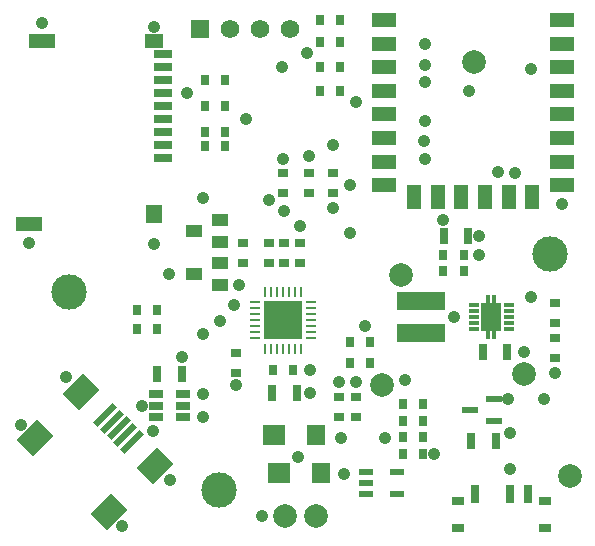
<source format=gts>
%FSLAX33Y33*%
%MOMM*%
%AMRect-W670710-H870710-RO0.500*
21,1,0.67071,0.87071,0.,0.,270*%
%AMRect-W1500000-H4000000-RO1.500*
21,1,1.5,4.,0.,0.,90*%
%AMRect-W670710-H870710-RO1.000*
21,1,0.67071,0.87071,0.,0.,180*%
%AMRect-W1400000-H1000000-RO1.000*
21,1,1.4,1.,0.,0.,180*%
%AMRect-W670710-H870710-RO1.500*
21,1,0.67071,0.87071,0.,0.,90*%
%AMRect-W700000-H1600000-RO1.500*
21,1,0.7,1.6,0.,0.,90*%
%AMRect-W1200000-H1600000-RO0.500*
21,1,1.2,1.6,0.,0.,270*%
%AMRect-W1600000-H1400000-RO0.500*
21,1,1.6,1.4,0.,0.,270*%
%AMRect-W1200000-H2200000-RO0.500*
21,1,1.2,2.2,0.,0.,270*%
%AMRect-W280000-H850000-RO0.500*
21,1,0.28,0.85,0.,0.,270*%
%AMRect-W2400000-H1650000-RO0.500*
21,1,2.4,1.65,0.,0.,270*%
%AMRect-W700000-H280000-RO0.500*
21,1,0.7,0.28,0.,0.,270*%
%AMRect-W1280000-H550000-RO1.000*
21,1,1.28,0.55,0.,0.,180*%
%AMRect-W1520000-H1680000-RO1.000*
21,1,1.52,1.68,0.,0.,180*%
%AMRect-W1880000-H1680000-RO1.000*
21,1,1.88,1.68,0.,0.,180*%
%AMRect-W2300000-H500000-RO1.750*
21,1,2.3,0.5,0.,0.,45*%
%AMRect-W2500000-H2000000-RO1.750*
21,1,2.5,2.,0.,0.,45*%
%AMRect-W600000-H1200000-RO0.500*
21,1,0.6,1.2,0.,0.,270*%
%ADD10C,1.0668*%
%ADD11Rect-W670710-H870710-RO0.500*%
%ADD12Rect-W1500000-H4000000-RO1.500*%
%ADD13R,0.67071X0.87071*%
%ADD14Rect-W670710-H870710-RO1.000*%
%ADD15R,0.67071X1.32071*%
%ADD16Rect-W1400000-H1000000-RO1.000*%
%ADD17R,1.57X1.57*%
%ADD18C,1.57*%
%ADD19Rect-W670710-H870710-RO1.500*%
%ADD20C,2.*%
%ADD21Rect-W700000-H1600000-RO1.500*%
%ADD22Rect-W1200000-H1600000-RO0.500*%
%ADD23Rect-W1600000-H1400000-RO0.500*%
%ADD24Rect-W1200000-H2200000-RO0.500*%
%ADD25C,3.*%
%ADD26R,0.7X1.5*%
%ADD27R,1.X0.8*%
%ADD28R,1.22X0.62*%
%ADD29C,0.6*%
%ADD30Rect-W280000-H850000-RO0.500*%
%ADD31Rect-W2400000-H1650000-RO0.500*%
%ADD32Rect-W700000-H280000-RO0.500*%
%ADD33Rect-W1280000-H550000-RO1.000*%
%ADD34Rect-W1520000-H1680000-RO1.000*%
%ADD35Rect-W1880000-H1680000-RO1.000*%
%ADD36Rect-W2300000-H500000-RO1.750*%
%ADD37Rect-W2500000-H2000000-RO1.750*%
%ADD38Rect-W600000-H1200000-RO0.500*%
%ADD39R,2.X1.2*%
%ADD40R,1.2X2.*%
%ADD41R,0.9X0.25*%
%ADD42R,0.25X0.9*%
%ADD43R,3.25X3.25*%
D10*
%LNtop solder mask_traces*%
G01*
X35350Y32275D03*
X33715Y13550D03*
X43725Y15925D03*
X19175Y19850D03*
X22850Y17850D03*
X35350Y38775D03*
X42975Y31075D03*
X13675Y22525D03*
X22160Y28750D03*
X23475Y27828D03*
X25375Y41221D03*
X11450Y11375D03*
X19625Y21575D03*
X28296Y8644D03*
X19400Y13135D03*
X12450Y43450D03*
X29535Y13375D03*
X1850Y25175D03*
X29010Y25975D03*
X24785Y26610D03*
X25675Y14375D03*
X18025Y18575D03*
X16550Y28925D03*
X45486Y11950D03*
X35350Y40200D03*
X5025Y13750D03*
X21550Y2015D03*
X31990Y8644D03*
X23850Y19100D03*
X23850Y17850D03*
X14799Y15475D03*
X25535Y32500D03*
X42600Y9010D03*
X35300Y33775D03*
X36940Y27060D03*
X16550Y10425D03*
X16550Y12325D03*
X12332Y9225D03*
X2950Y43750D03*
X25675Y12400D03*
X30300Y18100D03*
X39950Y25725D03*
X42600Y6000D03*
X39125Y38025D03*
X22850Y19100D03*
X16550Y17475D03*
X23365Y32290D03*
X36175Y7259D03*
X44375Y20599D03*
X23304Y40025D03*
X13814Y5050D03*
X27575Y33410D03*
X37875Y18875D03*
X46375Y14150D03*
X46950Y28450D03*
X39950Y24125D03*
X35350Y42025D03*
X28517Y5550D03*
X1150Y9750D03*
X35350Y35425D03*
X12450Y25075D03*
X9750Y1200D03*
X27575Y28075D03*
X15200Y37810D03*
X44375Y39875D03*
X28081Y13375D03*
X41600Y31175D03*
X24600Y7050D03*
X29500Y37075D03*
X20215Y35610D03*
X42400Y11950D03*
X29010Y30025D03*
%LNtop solder mask component 0f6bbc825d3b9acc*%
D11*
X46375Y20050D03*
X46375Y18350D03*
%LNtop solder mask component b5f7dfc42feccbac*%
D12*
X35025Y17485D03*
X35025Y20185D03*
%LNtop solder mask component 486ebf370a6266ad*%
D13*
X26479Y44025D03*
X28179Y44025D03*
%LNtop solder mask component d38d5b245d314990*%
D14*
X18465Y34510D03*
X16765Y34510D03*
%LNtop solder mask component f6f6c710f3d5fc34*%
D15*
X22415Y12475D03*
X24515Y12475D03*
%LNtop solder mask component cb9ffe53114e7353*%
D16*
X18050Y25210D03*
X18050Y27110D03*
X15850Y26160D03*
%LNtop solder mask component 67c3e5d30430499a*%
D11*
X22160Y25175D03*
X22160Y23475D03*
%LNtop solder mask component 076615648775bf88*%
D15*
X40260Y15925D03*
X42360Y15925D03*
%LNtop solder mask component cca6af50c4a98013*%
D13*
X33475Y7259D03*
X35175Y7259D03*
%LNtop solder mask component 715ed7d0b1d3afca*%
D16*
X18050Y21575D03*
X18050Y23475D03*
X15850Y22525D03*
%LNtop solder mask component ac8baea792a2aaac*%
D17*
X16315Y43275D03*
D18*
X18855Y43275D03*
X21395Y43275D03*
X23935Y43275D03*
%LNtop solder mask component 9d8acad3d9d6a0d6*%
D19*
X23365Y29350D03*
X23365Y31050D03*
%LNtop solder mask component 03c325690ca4418d*%
D20*
X47625Y5400D03*
%LNtop solder mask component 40ec898d0e2ff914*%
X31700Y13076D03*
%LNtop solder mask component bae0712a27b4ea41*%
D13*
X33475Y8680D03*
X35175Y8680D03*
%LNtop solder mask component 63a34d2486bad1c4*%
D11*
X27575Y31050D03*
X27575Y29350D03*
%LNtop solder mask component e9e38080a465162a*%
D19*
X29535Y10365D03*
X29535Y12065D03*
%LNtop solder mask component 40d403f1b58e725a*%
X25535Y29350D03*
X25535Y31050D03*
%LNtop solder mask component eebbd8b22b528fb9*%
D21*
X13200Y32310D03*
X13200Y33410D03*
X13200Y34510D03*
X13200Y35610D03*
X13200Y36710D03*
X13200Y37810D03*
X13200Y38910D03*
X13200Y40010D03*
X13200Y41110D03*
D22*
X12450Y42210D03*
D23*
X12450Y27610D03*
D24*
X2950Y42210D03*
X1850Y26710D03*
%LNtop solder mask component 7a5c382ed73f7f01*%
D11*
X19400Y15810D03*
X19400Y14110D03*
%LNtop solder mask component 348ef3f49df1d6a5*%
D14*
X30710Y15000D03*
X29010Y15000D03*
%LNtop solder mask component d8a0c5ab795ca37c*%
D19*
X24785Y23475D03*
X24785Y25175D03*
%LNtop solder mask component 8aec1219b16a3ed0*%
D20*
X26116Y2015D03*
%LNtop solder mask component c15ab15aefc1d0d4*%
D25*
X46000Y24200D03*
%LNtop solder mask component 585378ffb4492eb4*%
D13*
X36940Y24125D03*
X38640Y24125D03*
%LNtop solder mask component 58a0b494729c8b0f*%
D11*
X23475Y25175D03*
X23475Y23475D03*
%LNtop solder mask component be3523eaeecb83a3*%
D26*
X42600Y3885D03*
X44100Y3885D03*
X39600Y3885D03*
D27*
X38200Y3285D03*
X38200Y0985D03*
X45500Y3285D03*
X45500Y0985D03*
%LNtop solder mask component b08b3aeb38ad64a9*%
D14*
X18465Y38910D03*
X16765Y38910D03*
%LNtop solder mask component 6bf5079ea5defa21*%
D28*
X30365Y5779D03*
X30365Y4829D03*
X30365Y3879D03*
X32985Y3879D03*
X32985Y5779D03*
%LNtop solder mask component 3289a17518b3d6e7*%
D29*
X40475Y19625D03*
X40475Y18125D03*
X41475Y19625D03*
X41475Y18125D03*
X40975Y18875D03*
D30*
X39500Y19875D03*
X39500Y19375D03*
X39500Y18875D03*
X39500Y18375D03*
X39500Y17875D03*
X42450Y17875D03*
X42450Y18375D03*
X42450Y18875D03*
X42450Y19375D03*
X42450Y19875D03*
D31*
X40975Y18875D03*
D32*
X40725Y20425D03*
X40725Y17325D03*
X41225Y20425D03*
X41225Y17325D03*
%LNtop solder mask component a8562578979f14ee*%
D33*
X41215Y10050D03*
X41215Y11950D03*
X39185Y11000D03*
%LNtop solder mask component a19249a7d97fb8cf*%
D11*
X46375Y17060D03*
X46375Y15360D03*
%LNtop solder mask component 1ac4e853d3c269f5*%
D13*
X22475Y14375D03*
X24175Y14375D03*
%LNtop solder mask component dd2aebd6988071a3*%
X10999Y19471D03*
X12699Y19471D03*
%LNtop solder mask component 6f19398e3a637eba*%
D19*
X28081Y10365D03*
X28081Y12065D03*
%LNtop solder mask component 7b06acf78c478343*%
D14*
X35175Y11500D03*
X33475Y11500D03*
%LNtop solder mask component ecfddb6ce83e4997*%
D34*
X26155Y8875D03*
D35*
X22575Y8875D03*
%LNtop solder mask component 0009601b2b7bb17d*%
D25*
X5250Y21000D03*
%LNtop solder mask component 196f46a316006fd3*%
D20*
X33350Y22450D03*
%LNtop solder mask component 8fb6001151396292*%
D25*
X17900Y4200D03*
%LNtop solder mask component 32500ce6d7552bec*%
D34*
X26599Y5669D03*
D35*
X23019Y5669D03*
%LNtop solder mask component 945664e6b963058c*%
D20*
X43725Y14025D03*
%LNtop solder mask component 29d9dd5f841c3255*%
D14*
X18465Y33325D03*
X16765Y33325D03*
%LNtop solder mask component ac187e3dfa2fb0b0*%
D20*
X39525Y40425D03*
%LNtop solder mask component cc942e27117a1124*%
D14*
X38640Y22725D03*
X36940Y22725D03*
%LNtop solder mask component 32fdad48a9229fea*%
D15*
X36950Y25725D03*
X39050Y25725D03*
%LNtop solder mask component 28271c4a93275f5c*%
D36*
X8301Y10589D03*
X8867Y10023D03*
X9433Y9458D03*
X9998Y8892D03*
X10564Y8326D03*
D37*
X2326Y8645D03*
X6215Y12534D03*
X8620Y2351D03*
X12509Y6240D03*
%LNtop solder mask component 1717958014e64759*%
D14*
X35175Y10080D03*
X33475Y10080D03*
%LNtop solder mask component 29d89bcfd640546a*%
D15*
X39250Y8350D03*
X41350Y8350D03*
%LNtop solder mask component 14e52fb64ffb705e*%
D14*
X18465Y36710D03*
X16765Y36710D03*
%LNtop solder mask component 7f8b45e1c2dd502c*%
D38*
X12624Y12325D03*
X12624Y11375D03*
X12624Y10425D03*
X14924Y10425D03*
X14924Y11375D03*
X14924Y12325D03*
%LNtop solder mask component 92a8953b046f1d64*%
D14*
X28179Y40025D03*
X26479Y40025D03*
%LNtop solder mask component a15209bcba32dbde*%
D13*
X26479Y42190D03*
X28179Y42190D03*
%LNtop solder mask component 0cf16f86440a554b*%
D39*
X31950Y44025D03*
X31950Y42025D03*
X31950Y40025D03*
X31950Y38025D03*
X31950Y36025D03*
X31950Y34025D03*
X31950Y32025D03*
X31950Y30025D03*
X46950Y30025D03*
X46950Y32025D03*
X46950Y34025D03*
X46950Y36025D03*
X46950Y38025D03*
X46950Y40025D03*
X46950Y42025D03*
X46950Y44025D03*
D40*
X34450Y29025D03*
X36450Y29025D03*
X38450Y29025D03*
X40450Y29025D03*
X42450Y29025D03*
X44450Y29025D03*
%LNtop solder mask component 340e420777b80da6*%
D20*
X23521Y2015D03*
%LNtop solder mask component b1720f8b90caa6c0*%
D13*
X26485Y38025D03*
X28185Y38025D03*
%LNtop solder mask component 73a5e44f660ff0af*%
D15*
X12699Y14065D03*
X14799Y14065D03*
%LNtop solder mask component dcefecd9652566ea*%
D13*
X29010Y16790D03*
X30710Y16790D03*
%LNtop solder mask component 8f391d09d547739e*%
D41*
X20950Y20100D03*
X20950Y19600D03*
X20950Y19100D03*
X20950Y18600D03*
X20950Y18100D03*
X20950Y17600D03*
X20950Y17100D03*
X25750Y17100D03*
X25750Y17600D03*
X25750Y18100D03*
X25750Y18600D03*
X25750Y19100D03*
X25750Y19600D03*
X25750Y20100D03*
D42*
X21850Y16200D03*
X22350Y16200D03*
X22850Y16200D03*
X23350Y16200D03*
X23850Y16200D03*
X24350Y16200D03*
X24850Y16200D03*
X24850Y21000D03*
X24350Y21000D03*
X23850Y21000D03*
X23350Y21000D03*
X22850Y21000D03*
X22350Y21000D03*
X21850Y21000D03*
D43*
X23350Y18600D03*
%LNtop solder mask component 465837ab5bd8404d*%
D13*
X10999Y17846D03*
X12699Y17846D03*
%LNtop solder mask component a90cc3663dad593a*%
D19*
X19950Y23475D03*
X19950Y25175D03*
M02*
</source>
